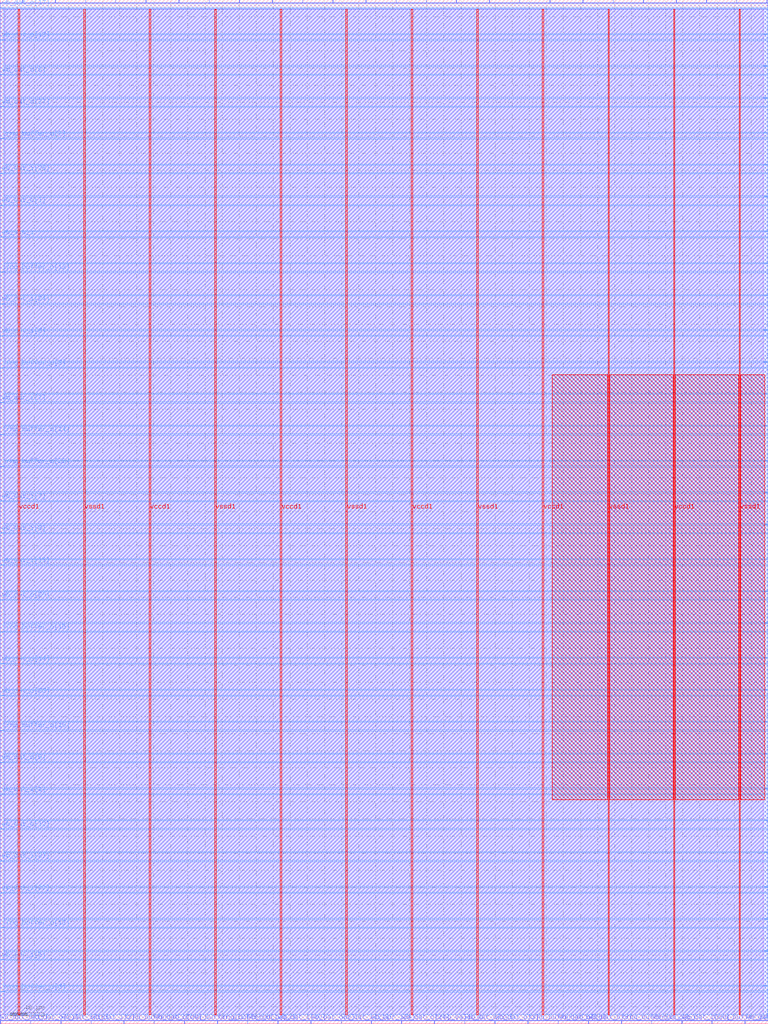
<source format=lef>
VERSION 5.7 ;
  NOWIREEXTENSIONATPIN ON ;
  DIVIDERCHAR "/" ;
  BUSBITCHARS "[]" ;
MACRO trng_wb_wrapper
  CLASS BLOCK ;
  FOREIGN trng_wb_wrapper ;
  ORIGIN 0.000 0.000 ;
  SIZE 900.000 BY 1200.000 ;
  PIN rst_i
    DIRECTION INPUT ;
    USE SIGNAL ;
    PORT
      LAYER met3 ;
        RECT 896.000 544.040 900.000 544.640 ;
    END
  END rst_i
  PIN trng_buffer_o[0]
    DIRECTION OUTPUT TRISTATE ;
    USE SIGNAL ;
    PORT
      LAYER met2 ;
        RECT 244.810 1196.000 245.090 1200.000 ;
    END
  END trng_buffer_o[0]
  PIN trng_buffer_o[10]
    DIRECTION OUTPUT TRISTATE ;
    USE SIGNAL ;
    PORT
      LAYER met3 ;
        RECT 0.000 343.440 4.000 344.040 ;
    END
  END trng_buffer_o[10]
  PIN trng_buffer_o[11]
    DIRECTION OUTPUT TRISTATE ;
    USE SIGNAL ;
    PORT
      LAYER met2 ;
        RECT 499.190 1196.000 499.470 1200.000 ;
    END
  END trng_buffer_o[11]
  PIN trng_buffer_o[12]
    DIRECTION OUTPUT TRISTATE ;
    USE SIGNAL ;
    PORT
      LAYER met3 ;
        RECT 0.000 880.640 4.000 881.240 ;
    END
  END trng_buffer_o[12]
  PIN trng_buffer_o[13]
    DIRECTION OUTPUT TRISTATE ;
    USE SIGNAL ;
    PORT
      LAYER met3 ;
        RECT 0.000 112.240 4.000 112.840 ;
    END
  END trng_buffer_o[13]
  PIN trng_buffer_o[14]
    DIRECTION OUTPUT TRISTATE ;
    USE SIGNAL ;
    PORT
      LAYER met3 ;
        RECT 0.000 690.240 4.000 690.840 ;
    END
  END trng_buffer_o[14]
  PIN trng_buffer_o[15]
    DIRECTION OUTPUT TRISTATE ;
    USE SIGNAL ;
    PORT
      LAYER met3 ;
        RECT 0.000 459.040 4.000 459.640 ;
    END
  END trng_buffer_o[15]
  PIN trng_buffer_o[16]
    DIRECTION OUTPUT TRISTATE ;
    USE SIGNAL ;
    PORT
      LAYER met2 ;
        RECT 209.390 1196.000 209.670 1200.000 ;
    END
  END trng_buffer_o[16]
  PIN trng_buffer_o[17]
    DIRECTION OUTPUT TRISTATE ;
    USE SIGNAL ;
    PORT
      LAYER met2 ;
        RECT 254.470 0.000 254.750 4.000 ;
    END
  END trng_buffer_o[17]
  PIN trng_buffer_o[18]
    DIRECTION OUTPUT TRISTATE ;
    USE SIGNAL ;
    PORT
      LAYER met2 ;
        RECT 618.330 0.000 618.610 4.000 ;
    END
  END trng_buffer_o[18]
  PIN trng_buffer_o[19]
    DIRECTION OUTPUT TRISTATE ;
    USE SIGNAL ;
    PORT
      LAYER met2 ;
        RECT 792.210 1196.000 792.490 1200.000 ;
    END
  END trng_buffer_o[19]
  PIN trng_buffer_o[1]
    DIRECTION OUTPUT TRISTATE ;
    USE SIGNAL ;
    PORT
      LAYER met3 ;
        RECT 896.000 85.040 900.000 85.640 ;
    END
  END trng_buffer_o[1]
  PIN trng_buffer_o[20]
    DIRECTION OUTPUT TRISTATE ;
    USE SIGNAL ;
    PORT
      LAYER met3 ;
        RECT 896.000 1084.640 900.000 1085.240 ;
    END
  END trng_buffer_o[20]
  PIN trng_buffer_o[21]
    DIRECTION OUTPUT TRISTATE ;
    USE SIGNAL ;
    PORT
      LAYER met2 ;
        RECT 727.810 0.000 728.090 4.000 ;
    END
  END trng_buffer_o[21]
  PIN trng_buffer_o[22]
    DIRECTION OUTPUT TRISTATE ;
    USE SIGNAL ;
    PORT
      LAYER met3 ;
        RECT 896.000 200.640 900.000 201.240 ;
    END
  END trng_buffer_o[22]
  PIN trng_buffer_o[23]
    DIRECTION OUTPUT TRISTATE ;
    USE SIGNAL ;
    PORT
      LAYER met3 ;
        RECT 896.000 1006.440 900.000 1007.040 ;
    END
  END trng_buffer_o[23]
  PIN trng_buffer_o[24]
    DIRECTION OUTPUT TRISTATE ;
    USE SIGNAL ;
    PORT
      LAYER met2 ;
        RECT 389.710 1196.000 389.990 1200.000 ;
    END
  END trng_buffer_o[24]
  PIN trng_buffer_o[25]
    DIRECTION OUTPUT TRISTATE ;
    USE SIGNAL ;
    PORT
      LAYER met2 ;
        RECT 25.850 1196.000 26.130 1200.000 ;
    END
  END trng_buffer_o[25]
  PIN trng_buffer_o[26]
    DIRECTION OUTPUT TRISTATE ;
    USE SIGNAL ;
    PORT
      LAYER met3 ;
        RECT 896.000 1122.040 900.000 1122.640 ;
    END
  END trng_buffer_o[26]
  PIN trng_buffer_o[27]
    DIRECTION OUTPUT TRISTATE ;
    USE SIGNAL ;
    PORT
      LAYER met2 ;
        RECT 135.330 1196.000 135.610 1200.000 ;
    END
  END trng_buffer_o[27]
  PIN trng_buffer_o[28]
    DIRECTION OUTPUT TRISTATE ;
    USE SIGNAL ;
    PORT
      LAYER met3 ;
        RECT 0.000 652.840 4.000 653.440 ;
    END
  END trng_buffer_o[28]
  PIN trng_buffer_o[29]
    DIRECTION OUTPUT TRISTATE ;
    USE SIGNAL ;
    PORT
      LAYER met3 ;
        RECT 896.000 44.240 900.000 44.840 ;
    END
  END trng_buffer_o[29]
  PIN trng_buffer_o[2]
    DIRECTION OUTPUT TRISTATE ;
    USE SIGNAL ;
    PORT
      LAYER met2 ;
        RECT 215.830 0.000 216.110 4.000 ;
    END
  END trng_buffer_o[2]
  PIN trng_buffer_o[30]
    DIRECTION OUTPUT TRISTATE ;
    USE SIGNAL ;
    PORT
      LAYER met2 ;
        RECT 428.350 1196.000 428.630 1200.000 ;
    END
  END trng_buffer_o[30]
  PIN trng_buffer_o[31]
    DIRECTION OUTPUT TRISTATE ;
    USE SIGNAL ;
    PORT
      LAYER met2 ;
        RECT 834.070 0.000 834.350 4.000 ;
    END
  END trng_buffer_o[31]
  PIN trng_buffer_o[3]
    DIRECTION OUTPUT TRISTATE ;
    USE SIGNAL ;
    PORT
      LAYER met2 ;
        RECT 144.990 0.000 145.270 4.000 ;
    END
  END trng_buffer_o[3]
  PIN trng_buffer_o[4]
    DIRECTION OUTPUT TRISTATE ;
    USE SIGNAL ;
    PORT
      LAYER met2 ;
        RECT 318.870 1196.000 319.150 1200.000 ;
    END
  END trng_buffer_o[4]
  PIN trng_buffer_o[5]
    DIRECTION OUTPUT TRISTATE ;
    USE SIGNAL ;
    PORT
      LAYER met3 ;
        RECT 896.000 391.040 900.000 391.640 ;
    END
  END trng_buffer_o[5]
  PIN trng_buffer_o[6]
    DIRECTION OUTPUT TRISTATE ;
    USE SIGNAL ;
    PORT
      LAYER met3 ;
        RECT 0.000 37.440 4.000 38.040 ;
    END
  END trng_buffer_o[6]
  PIN trng_buffer_o[7]
    DIRECTION OUTPUT TRISTATE ;
    USE SIGNAL ;
    PORT
      LAYER met3 ;
        RECT 0.000 1037.040 4.000 1037.640 ;
    END
  END trng_buffer_o[7]
  PIN trng_buffer_o[8]
    DIRECTION OUTPUT TRISTATE ;
    USE SIGNAL ;
    PORT
      LAYER met3 ;
        RECT 0.000 768.440 4.000 769.040 ;
    END
  END trng_buffer_o[8]
  PIN trng_buffer_o[9]
    DIRECTION OUTPUT TRISTATE ;
    USE SIGNAL ;
    PORT
      LAYER met2 ;
        RECT 718.150 1196.000 718.430 1200.000 ;
    END
  END trng_buffer_o[9]
  PIN trng_valid_o
    DIRECTION OUTPUT TRISTATE ;
    USE SIGNAL ;
    PORT
      LAYER met2 ;
        RECT 508.850 0.000 509.130 4.000 ;
    END
  END trng_valid_o
  PIN vccd1
    DIRECTION INPUT ;
    USE POWER ;
    PORT
      LAYER met4 ;
        RECT 21.040 10.640 22.640 1188.880 ;
    END
    PORT
      LAYER met4 ;
        RECT 174.640 10.640 176.240 1188.880 ;
    END
    PORT
      LAYER met4 ;
        RECT 328.240 10.640 329.840 1188.880 ;
    END
    PORT
      LAYER met4 ;
        RECT 481.840 10.640 483.440 1188.880 ;
    END
    PORT
      LAYER met4 ;
        RECT 635.440 10.640 637.040 1188.880 ;
    END
    PORT
      LAYER met4 ;
        RECT 789.040 10.640 790.640 1188.880 ;
    END
  END vccd1
  PIN vssd1
    DIRECTION INPUT ;
    USE GROUND ;
    PORT
      LAYER met4 ;
        RECT 97.840 10.640 99.440 1188.880 ;
    END
    PORT
      LAYER met4 ;
        RECT 251.440 10.640 253.040 1188.880 ;
    END
    PORT
      LAYER met4 ;
        RECT 405.040 10.640 406.640 1188.880 ;
    END
    PORT
      LAYER met4 ;
        RECT 558.640 10.640 560.240 1188.880 ;
    END
    PORT
      LAYER met4 ;
        RECT 712.240 10.640 713.840 1188.880 ;
    END
    PORT
      LAYER met4 ;
        RECT 865.840 10.640 867.440 1188.880 ;
    END
  END vssd1
  PIN wb_ack_o
    DIRECTION OUTPUT TRISTATE ;
    USE SIGNAL ;
    PORT
      LAYER met3 ;
        RECT 896.000 428.440 900.000 429.040 ;
    END
  END wb_ack_o
  PIN wb_adr_i[0]
    DIRECTION INPUT ;
    USE SIGNAL ;
    PORT
      LAYER met3 ;
        RECT 896.000 1043.840 900.000 1044.440 ;
    END
  END wb_adr_i[0]
  PIN wb_adr_i[1]
    DIRECTION INPUT ;
    USE SIGNAL ;
    PORT
      LAYER met3 ;
        RECT 896.000 928.240 900.000 928.840 ;
    END
  END wb_adr_i[1]
  PIN wb_adr_i[2]
    DIRECTION INPUT ;
    USE SIGNAL ;
    PORT
      LAYER met3 ;
        RECT 896.000 853.440 900.000 854.040 ;
    END
  END wb_adr_i[2]
  PIN wb_adr_i[3]
    DIRECTION INPUT ;
    USE SIGNAL ;
    PORT
      LAYER met3 ;
        RECT 896.000 812.640 900.000 813.240 ;
    END
  END wb_adr_i[3]
  PIN wb_adr_i[4]
    DIRECTION INPUT ;
    USE SIGNAL ;
    PORT
      LAYER met2 ;
        RECT 434.790 0.000 435.070 4.000 ;
    END
  END wb_adr_i[4]
  PIN wb_adr_i[5]
    DIRECTION INPUT ;
    USE SIGNAL ;
    PORT
      LAYER met3 ;
        RECT 0.000 74.840 4.000 75.440 ;
    END
  END wb_adr_i[5]
  PIN wb_adr_i[6]
    DIRECTION INPUT ;
    USE SIGNAL ;
    PORT
      LAYER met3 ;
        RECT 896.000 1159.440 900.000 1160.040 ;
    END
  END wb_adr_i[6]
  PIN wb_adr_i[7]
    DIRECTION INPUT ;
    USE SIGNAL ;
    PORT
      LAYER met3 ;
        RECT 0.000 727.640 4.000 728.240 ;
    END
  END wb_adr_i[7]
  PIN wb_adr_i[8]
    DIRECTION INPUT ;
    USE SIGNAL ;
    PORT
      LAYER met2 ;
        RECT 354.290 1196.000 354.570 1200.000 ;
    END
  END wb_adr_i[8]
  PIN wb_clk_i
    DIRECTION INPUT ;
    USE SIGNAL ;
    PORT
      LAYER met3 ;
        RECT 896.000 659.640 900.000 660.240 ;
    END
  END wb_clk_i
  PIN wb_cyc_i
    DIRECTION INPUT ;
    USE SIGNAL ;
    PORT
      LAYER met3 ;
        RECT 896.000 700.440 900.000 701.040 ;
    END
  END wb_cyc_i
  PIN wb_dat_i[0]
    DIRECTION INPUT ;
    USE SIGNAL ;
    PORT
      LAYER met2 ;
        RECT 170.750 1196.000 171.030 1200.000 ;
    END
  END wb_dat_i[0]
  PIN wb_dat_i[10]
    DIRECTION INPUT ;
    USE SIGNAL ;
    PORT
      LAYER met2 ;
        RECT 463.770 1196.000 464.050 1200.000 ;
    END
  END wb_dat_i[10]
  PIN wb_dat_i[11]
    DIRECTION INPUT ;
    USE SIGNAL ;
    PORT
      LAYER met2 ;
        RECT 827.630 1196.000 827.910 1200.000 ;
    END
  END wb_dat_i[11]
  PIN wb_dat_i[12]
    DIRECTION INPUT ;
    USE SIGNAL ;
    PORT
      LAYER met2 ;
        RECT 289.890 0.000 290.170 4.000 ;
    END
  END wb_dat_i[12]
  PIN wb_dat_i[13]
    DIRECTION INPUT ;
    USE SIGNAL ;
    PORT
      LAYER met3 ;
        RECT 896.000 353.640 900.000 354.240 ;
    END
  END wb_dat_i[13]
  PIN wb_dat_i[14]
    DIRECTION INPUT ;
    USE SIGNAL ;
    PORT
      LAYER met3 ;
        RECT 896.000 238.040 900.000 238.640 ;
    END
  END wb_dat_i[14]
  PIN wb_dat_i[15]
    DIRECTION INPUT ;
    USE SIGNAL ;
    PORT
      LAYER met3 ;
        RECT 0.000 537.240 4.000 537.840 ;
    END
  END wb_dat_i[15]
  PIN wb_dat_i[16]
    DIRECTION INPUT ;
    USE SIGNAL ;
    PORT
      LAYER met2 ;
        RECT 70.930 0.000 71.210 4.000 ;
    END
  END wb_dat_i[16]
  PIN wb_dat_i[17]
    DIRECTION INPUT ;
    USE SIGNAL ;
    PORT
      LAYER met3 ;
        RECT 896.000 6.840 900.000 7.440 ;
    END
  END wb_dat_i[17]
  PIN wb_dat_i[18]
    DIRECTION INPUT ;
    USE SIGNAL ;
    PORT
      LAYER met3 ;
        RECT 896.000 316.240 900.000 316.840 ;
    END
  END wb_dat_i[18]
  PIN wb_dat_i[19]
    DIRECTION INPUT ;
    USE SIGNAL ;
    PORT
      LAYER met2 ;
        RECT 898.470 1196.000 898.750 1200.000 ;
    END
  END wb_dat_i[19]
  PIN wb_dat_i[1]
    DIRECTION INPUT ;
    USE SIGNAL ;
    PORT
      LAYER met3 ;
        RECT 0.000 268.640 4.000 269.240 ;
    END
  END wb_dat_i[1]
  PIN wb_dat_i[20]
    DIRECTION INPUT ;
    USE SIGNAL ;
    PORT
      LAYER met2 ;
        RECT 798.650 0.000 798.930 4.000 ;
    END
  END wb_dat_i[20]
  PIN wb_dat_i[21]
    DIRECTION INPUT ;
    USE SIGNAL ;
    PORT
      LAYER met2 ;
        RECT 399.370 0.000 399.650 4.000 ;
    END
  END wb_dat_i[21]
  PIN wb_dat_i[22]
    DIRECTION INPUT ;
    USE SIGNAL ;
    PORT
      LAYER met3 ;
        RECT 896.000 469.240 900.000 469.840 ;
    END
  END wb_dat_i[22]
  PIN wb_dat_i[23]
    DIRECTION INPUT ;
    USE SIGNAL ;
    PORT
      LAYER met2 ;
        RECT 99.910 1196.000 100.190 1200.000 ;
    END
  END wb_dat_i[23]
  PIN wb_dat_i[24]
    DIRECTION INPUT ;
    USE SIGNAL ;
    PORT
      LAYER met3 ;
        RECT 0.000 843.240 4.000 843.840 ;
    END
  END wb_dat_i[24]
  PIN wb_dat_i[25]
    DIRECTION INPUT ;
    USE SIGNAL ;
    PORT
      LAYER met3 ;
        RECT 896.000 159.840 900.000 160.440 ;
    END
  END wb_dat_i[25]
  PIN wb_dat_i[26]
    DIRECTION INPUT ;
    USE SIGNAL ;
    PORT
      LAYER met3 ;
        RECT 0.000 996.240 4.000 996.840 ;
    END
  END wb_dat_i[26]
  PIN wb_dat_i[27]
    DIRECTION INPUT ;
    USE SIGNAL ;
    PORT
      LAYER met3 ;
        RECT 0.000 190.440 4.000 191.040 ;
    END
  END wb_dat_i[27]
  PIN wb_dat_i[28]
    DIRECTION INPUT ;
    USE SIGNAL ;
    PORT
      LAYER met2 ;
        RECT 573.250 1196.000 573.530 1200.000 ;
    END
  END wb_dat_i[28]
  PIN wb_dat_i[29]
    DIRECTION INPUT ;
    USE SIGNAL ;
    PORT
      LAYER met3 ;
        RECT 0.000 153.040 4.000 153.640 ;
    END
  END wb_dat_i[29]
  PIN wb_dat_i[2]
    DIRECTION INPUT ;
    USE SIGNAL ;
    PORT
      LAYER met2 ;
        RECT 106.350 0.000 106.630 4.000 ;
    END
  END wb_dat_i[2]
  PIN wb_dat_i[30]
    DIRECTION INPUT ;
    USE SIGNAL ;
    PORT
      LAYER met2 ;
        RECT 325.310 0.000 325.590 4.000 ;
    END
  END wb_dat_i[30]
  PIN wb_dat_i[31]
    DIRECTION INPUT ;
    USE SIGNAL ;
    PORT
      LAYER met3 ;
        RECT 896.000 122.440 900.000 123.040 ;
    END
  END wb_dat_i[31]
  PIN wb_dat_i[3]
    DIRECTION INPUT ;
    USE SIGNAL ;
    PORT
      LAYER met3 ;
        RECT 896.000 737.840 900.000 738.440 ;
    END
  END wb_dat_i[3]
  PIN wb_dat_i[4]
    DIRECTION INPUT ;
    USE SIGNAL ;
    PORT
      LAYER met3 ;
        RECT 896.000 506.640 900.000 507.240 ;
    END
  END wb_dat_i[4]
  PIN wb_dat_i[5]
    DIRECTION INPUT ;
    USE SIGNAL ;
    PORT
      LAYER met2 ;
        RECT 763.230 0.000 763.510 4.000 ;
    END
  END wb_dat_i[5]
  PIN wb_dat_i[6]
    DIRECTION INPUT ;
    USE SIGNAL ;
    PORT
      LAYER met3 ;
        RECT 0.000 805.840 4.000 806.440 ;
    END
  END wb_dat_i[6]
  PIN wb_dat_i[7]
    DIRECTION INPUT ;
    USE SIGNAL ;
    PORT
      LAYER met3 ;
        RECT 0.000 612.040 4.000 612.640 ;
    END
  END wb_dat_i[7]
  PIN wb_dat_i[8]
    DIRECTION INPUT ;
    USE SIGNAL ;
    PORT
      LAYER met3 ;
        RECT 0.000 574.640 4.000 575.240 ;
    END
  END wb_dat_i[8]
  PIN wb_dat_i[9]
    DIRECTION INPUT ;
    USE SIGNAL ;
    PORT
      LAYER met3 ;
        RECT 896.000 584.840 900.000 585.440 ;
    END
  END wb_dat_i[9]
  PIN wb_dat_o[0]
    DIRECTION OUTPUT TRISTATE ;
    USE SIGNAL ;
    PORT
      LAYER met3 ;
        RECT 896.000 890.840 900.000 891.440 ;
    END
  END wb_dat_o[0]
  PIN wb_dat_o[10]
    DIRECTION OUTPUT TRISTATE ;
    USE SIGNAL ;
    PORT
      LAYER met2 ;
        RECT 872.710 0.000 872.990 4.000 ;
    END
  END wb_dat_o[10]
  PIN wb_dat_o[11]
    DIRECTION OUTPUT TRISTATE ;
    USE SIGNAL ;
    PORT
      LAYER met3 ;
        RECT 896.000 969.040 900.000 969.640 ;
    END
  END wb_dat_o[11]
  PIN wb_dat_o[12]
    DIRECTION OUTPUT TRISTATE ;
    USE SIGNAL ;
    PORT
      LAYER met3 ;
        RECT 0.000 227.840 4.000 228.440 ;
    END
  END wb_dat_o[12]
  PIN wb_dat_o[13]
    DIRECTION OUTPUT TRISTATE ;
    USE SIGNAL ;
    PORT
      LAYER met3 ;
        RECT 0.000 1152.640 4.000 1153.240 ;
    END
  END wb_dat_o[13]
  PIN wb_dat_o[14]
    DIRECTION OUTPUT TRISTATE ;
    USE SIGNAL ;
    PORT
      LAYER met3 ;
        RECT 0.000 421.640 4.000 422.240 ;
    END
  END wb_dat_o[14]
  PIN wb_dat_o[15]
    DIRECTION OUTPUT TRISTATE ;
    USE SIGNAL ;
    PORT
      LAYER met2 ;
        RECT 0.090 0.000 0.370 4.000 ;
    END
  END wb_dat_o[15]
  PIN wb_dat_o[16]
    DIRECTION OUTPUT TRISTATE ;
    USE SIGNAL ;
    PORT
      LAYER met2 ;
        RECT 653.750 0.000 654.030 4.000 ;
    END
  END wb_dat_o[16]
  PIN wb_dat_o[17]
    DIRECTION OUTPUT TRISTATE ;
    USE SIGNAL ;
    PORT
      LAYER met3 ;
        RECT 0.000 1190.040 4.000 1190.640 ;
    END
  END wb_dat_o[17]
  PIN wb_dat_o[18]
    DIRECTION OUTPUT TRISTATE ;
    USE SIGNAL ;
    PORT
      LAYER met2 ;
        RECT 280.230 1196.000 280.510 1200.000 ;
    END
  END wb_dat_o[18]
  PIN wb_dat_o[19]
    DIRECTION OUTPUT TRISTATE ;
    USE SIGNAL ;
    PORT
      LAYER met2 ;
        RECT 608.670 1196.000 608.950 1200.000 ;
    END
  END wb_dat_o[19]
  PIN wb_dat_o[1]
    DIRECTION OUTPUT TRISTATE ;
    USE SIGNAL ;
    PORT
      LAYER met3 ;
        RECT 0.000 958.840 4.000 959.440 ;
    END
  END wb_dat_o[1]
  PIN wb_dat_o[20]
    DIRECTION OUTPUT TRISTATE ;
    USE SIGNAL ;
    PORT
      LAYER met3 ;
        RECT 0.000 496.440 4.000 497.040 ;
    END
  END wb_dat_o[20]
  PIN wb_dat_o[21]
    DIRECTION OUTPUT TRISTATE ;
    USE SIGNAL ;
    PORT
      LAYER met2 ;
        RECT 35.510 0.000 35.790 4.000 ;
    END
  END wb_dat_o[21]
  PIN wb_dat_o[22]
    DIRECTION OUTPUT TRISTATE ;
    USE SIGNAL ;
    PORT
      LAYER met2 ;
        RECT 753.570 1196.000 753.850 1200.000 ;
    END
  END wb_dat_o[22]
  PIN wb_dat_o[23]
    DIRECTION OUTPUT TRISTATE ;
    USE SIGNAL ;
    PORT
      LAYER met2 ;
        RECT 534.610 1196.000 534.890 1200.000 ;
    END
  END wb_dat_o[23]
  PIN wb_dat_o[24]
    DIRECTION OUTPUT TRISTATE ;
    USE SIGNAL ;
    PORT
      LAYER met2 ;
        RECT 470.210 0.000 470.490 4.000 ;
    END
  END wb_dat_o[24]
  PIN wb_dat_o[25]
    DIRECTION OUTPUT TRISTATE ;
    USE SIGNAL ;
    PORT
      LAYER met2 ;
        RECT 863.050 1196.000 863.330 1200.000 ;
    END
  END wb_dat_o[25]
  PIN wb_dat_o[26]
    DIRECTION OUTPUT TRISTATE ;
    USE SIGNAL ;
    PORT
      LAYER met3 ;
        RECT 896.000 275.440 900.000 276.040 ;
    END
  END wb_dat_o[26]
  PIN wb_dat_o[27]
    DIRECTION OUTPUT TRISTATE ;
    USE SIGNAL ;
    PORT
      LAYER met3 ;
        RECT 0.000 1074.440 4.000 1075.040 ;
    END
  END wb_dat_o[27]
  PIN wb_dat_o[28]
    DIRECTION OUTPUT TRISTATE ;
    USE SIGNAL ;
    PORT
      LAYER met3 ;
        RECT 0.000 384.240 4.000 384.840 ;
    END
  END wb_dat_o[28]
  PIN wb_dat_o[29]
    DIRECTION OUTPUT TRISTATE ;
    USE SIGNAL ;
    PORT
      LAYER met2 ;
        RECT 180.410 0.000 180.690 4.000 ;
    END
  END wb_dat_o[29]
  PIN wb_dat_o[2]
    DIRECTION OUTPUT TRISTATE ;
    USE SIGNAL ;
    PORT
      LAYER met2 ;
        RECT 363.950 0.000 364.230 4.000 ;
    END
  END wb_dat_o[2]
  PIN wb_dat_o[30]
    DIRECTION OUTPUT TRISTATE ;
    USE SIGNAL ;
    PORT
      LAYER met2 ;
        RECT 544.270 0.000 544.550 4.000 ;
    END
  END wb_dat_o[30]
  PIN wb_dat_o[31]
    DIRECTION OUTPUT TRISTATE ;
    USE SIGNAL ;
    PORT
      LAYER met3 ;
        RECT 896.000 775.240 900.000 775.840 ;
    END
  END wb_dat_o[31]
  PIN wb_dat_o[3]
    DIRECTION OUTPUT TRISTATE ;
    USE SIGNAL ;
    PORT
      LAYER met2 ;
        RECT 579.690 0.000 579.970 4.000 ;
    END
  END wb_dat_o[3]
  PIN wb_dat_o[4]
    DIRECTION OUTPUT TRISTATE ;
    USE SIGNAL ;
    PORT
      LAYER met2 ;
        RECT 682.730 1196.000 683.010 1200.000 ;
    END
  END wb_dat_o[4]
  PIN wb_dat_o[5]
    DIRECTION OUTPUT TRISTATE ;
    USE SIGNAL ;
    PORT
      LAYER met2 ;
        RECT 644.090 1196.000 644.370 1200.000 ;
    END
  END wb_dat_o[5]
  PIN wb_dat_o[6]
    DIRECTION OUTPUT TRISTATE ;
    USE SIGNAL ;
    PORT
      LAYER met3 ;
        RECT 0.000 1111.840 4.000 1112.440 ;
    END
  END wb_dat_o[6]
  PIN wb_dat_o[7]
    DIRECTION OUTPUT TRISTATE ;
    USE SIGNAL ;
    PORT
      LAYER met2 ;
        RECT 64.490 1196.000 64.770 1200.000 ;
    END
  END wb_dat_o[7]
  PIN wb_dat_o[8]
    DIRECTION OUTPUT TRISTATE ;
    USE SIGNAL ;
    PORT
      LAYER met2 ;
        RECT 689.170 0.000 689.450 4.000 ;
    END
  END wb_dat_o[8]
  PIN wb_dat_o[9]
    DIRECTION OUTPUT TRISTATE ;
    USE SIGNAL ;
    PORT
      LAYER met3 ;
        RECT 0.000 306.040 4.000 306.640 ;
    END
  END wb_dat_o[9]
  PIN wb_stb_i
    DIRECTION INPUT ;
    USE SIGNAL ;
    PORT
      LAYER met3 ;
        RECT 0.000 921.440 4.000 922.040 ;
    END
  END wb_stb_i
  PIN wb_we_i
    DIRECTION INPUT ;
    USE SIGNAL ;
    PORT
      LAYER met3 ;
        RECT 896.000 622.240 900.000 622.840 ;
    END
  END wb_we_i
  OBS
      LAYER li1 ;
        RECT 5.520 10.795 894.240 1188.725 ;
      LAYER met1 ;
        RECT 0.070 10.640 899.690 1188.880 ;
      LAYER met2 ;
        RECT 0.100 1195.720 25.570 1196.530 ;
        RECT 26.410 1195.720 64.210 1196.530 ;
        RECT 65.050 1195.720 99.630 1196.530 ;
        RECT 100.470 1195.720 135.050 1196.530 ;
        RECT 135.890 1195.720 170.470 1196.530 ;
        RECT 171.310 1195.720 209.110 1196.530 ;
        RECT 209.950 1195.720 244.530 1196.530 ;
        RECT 245.370 1195.720 279.950 1196.530 ;
        RECT 280.790 1195.720 318.590 1196.530 ;
        RECT 319.430 1195.720 354.010 1196.530 ;
        RECT 354.850 1195.720 389.430 1196.530 ;
        RECT 390.270 1195.720 428.070 1196.530 ;
        RECT 428.910 1195.720 463.490 1196.530 ;
        RECT 464.330 1195.720 498.910 1196.530 ;
        RECT 499.750 1195.720 534.330 1196.530 ;
        RECT 535.170 1195.720 572.970 1196.530 ;
        RECT 573.810 1195.720 608.390 1196.530 ;
        RECT 609.230 1195.720 643.810 1196.530 ;
        RECT 644.650 1195.720 682.450 1196.530 ;
        RECT 683.290 1195.720 717.870 1196.530 ;
        RECT 718.710 1195.720 753.290 1196.530 ;
        RECT 754.130 1195.720 791.930 1196.530 ;
        RECT 792.770 1195.720 827.350 1196.530 ;
        RECT 828.190 1195.720 862.770 1196.530 ;
        RECT 863.610 1195.720 898.190 1196.530 ;
        RECT 899.030 1195.720 899.670 1196.530 ;
        RECT 0.100 4.280 899.670 1195.720 ;
        RECT 0.650 3.670 35.230 4.280 ;
        RECT 36.070 3.670 70.650 4.280 ;
        RECT 71.490 3.670 106.070 4.280 ;
        RECT 106.910 3.670 144.710 4.280 ;
        RECT 145.550 3.670 180.130 4.280 ;
        RECT 180.970 3.670 215.550 4.280 ;
        RECT 216.390 3.670 254.190 4.280 ;
        RECT 255.030 3.670 289.610 4.280 ;
        RECT 290.450 3.670 325.030 4.280 ;
        RECT 325.870 3.670 363.670 4.280 ;
        RECT 364.510 3.670 399.090 4.280 ;
        RECT 399.930 3.670 434.510 4.280 ;
        RECT 435.350 3.670 469.930 4.280 ;
        RECT 470.770 3.670 508.570 4.280 ;
        RECT 509.410 3.670 543.990 4.280 ;
        RECT 544.830 3.670 579.410 4.280 ;
        RECT 580.250 3.670 618.050 4.280 ;
        RECT 618.890 3.670 653.470 4.280 ;
        RECT 654.310 3.670 688.890 4.280 ;
        RECT 689.730 3.670 727.530 4.280 ;
        RECT 728.370 3.670 762.950 4.280 ;
        RECT 763.790 3.670 798.370 4.280 ;
        RECT 799.210 3.670 833.790 4.280 ;
        RECT 834.630 3.670 872.430 4.280 ;
        RECT 873.270 3.670 899.670 4.280 ;
      LAYER met3 ;
        RECT 4.400 1189.640 899.695 1190.505 ;
        RECT 4.000 1160.440 899.695 1189.640 ;
        RECT 4.000 1159.040 895.600 1160.440 ;
        RECT 4.000 1153.640 899.695 1159.040 ;
        RECT 4.400 1152.240 899.695 1153.640 ;
        RECT 4.000 1123.040 899.695 1152.240 ;
        RECT 4.000 1121.640 895.600 1123.040 ;
        RECT 4.000 1112.840 899.695 1121.640 ;
        RECT 4.400 1111.440 899.695 1112.840 ;
        RECT 4.000 1085.640 899.695 1111.440 ;
        RECT 4.000 1084.240 895.600 1085.640 ;
        RECT 4.000 1075.440 899.695 1084.240 ;
        RECT 4.400 1074.040 899.695 1075.440 ;
        RECT 4.000 1044.840 899.695 1074.040 ;
        RECT 4.000 1043.440 895.600 1044.840 ;
        RECT 4.000 1038.040 899.695 1043.440 ;
        RECT 4.400 1036.640 899.695 1038.040 ;
        RECT 4.000 1007.440 899.695 1036.640 ;
        RECT 4.000 1006.040 895.600 1007.440 ;
        RECT 4.000 997.240 899.695 1006.040 ;
        RECT 4.400 995.840 899.695 997.240 ;
        RECT 4.000 970.040 899.695 995.840 ;
        RECT 4.000 968.640 895.600 970.040 ;
        RECT 4.000 959.840 899.695 968.640 ;
        RECT 4.400 958.440 899.695 959.840 ;
        RECT 4.000 929.240 899.695 958.440 ;
        RECT 4.000 927.840 895.600 929.240 ;
        RECT 4.000 922.440 899.695 927.840 ;
        RECT 4.400 921.040 899.695 922.440 ;
        RECT 4.000 891.840 899.695 921.040 ;
        RECT 4.000 890.440 895.600 891.840 ;
        RECT 4.000 881.640 899.695 890.440 ;
        RECT 4.400 880.240 899.695 881.640 ;
        RECT 4.000 854.440 899.695 880.240 ;
        RECT 4.000 853.040 895.600 854.440 ;
        RECT 4.000 844.240 899.695 853.040 ;
        RECT 4.400 842.840 899.695 844.240 ;
        RECT 4.000 813.640 899.695 842.840 ;
        RECT 4.000 812.240 895.600 813.640 ;
        RECT 4.000 806.840 899.695 812.240 ;
        RECT 4.400 805.440 899.695 806.840 ;
        RECT 4.000 776.240 899.695 805.440 ;
        RECT 4.000 774.840 895.600 776.240 ;
        RECT 4.000 769.440 899.695 774.840 ;
        RECT 4.400 768.040 899.695 769.440 ;
        RECT 4.000 738.840 899.695 768.040 ;
        RECT 4.000 737.440 895.600 738.840 ;
        RECT 4.000 728.640 899.695 737.440 ;
        RECT 4.400 727.240 899.695 728.640 ;
        RECT 4.000 701.440 899.695 727.240 ;
        RECT 4.000 700.040 895.600 701.440 ;
        RECT 4.000 691.240 899.695 700.040 ;
        RECT 4.400 689.840 899.695 691.240 ;
        RECT 4.000 660.640 899.695 689.840 ;
        RECT 4.000 659.240 895.600 660.640 ;
        RECT 4.000 653.840 899.695 659.240 ;
        RECT 4.400 652.440 899.695 653.840 ;
        RECT 4.000 623.240 899.695 652.440 ;
        RECT 4.000 621.840 895.600 623.240 ;
        RECT 4.000 613.040 899.695 621.840 ;
        RECT 4.400 611.640 899.695 613.040 ;
        RECT 4.000 585.840 899.695 611.640 ;
        RECT 4.000 584.440 895.600 585.840 ;
        RECT 4.000 575.640 899.695 584.440 ;
        RECT 4.400 574.240 899.695 575.640 ;
        RECT 4.000 545.040 899.695 574.240 ;
        RECT 4.000 543.640 895.600 545.040 ;
        RECT 4.000 538.240 899.695 543.640 ;
        RECT 4.400 536.840 899.695 538.240 ;
        RECT 4.000 507.640 899.695 536.840 ;
        RECT 4.000 506.240 895.600 507.640 ;
        RECT 4.000 497.440 899.695 506.240 ;
        RECT 4.400 496.040 899.695 497.440 ;
        RECT 4.000 470.240 899.695 496.040 ;
        RECT 4.000 468.840 895.600 470.240 ;
        RECT 4.000 460.040 899.695 468.840 ;
        RECT 4.400 458.640 899.695 460.040 ;
        RECT 4.000 429.440 899.695 458.640 ;
        RECT 4.000 428.040 895.600 429.440 ;
        RECT 4.000 422.640 899.695 428.040 ;
        RECT 4.400 421.240 899.695 422.640 ;
        RECT 4.000 392.040 899.695 421.240 ;
        RECT 4.000 390.640 895.600 392.040 ;
        RECT 4.000 385.240 899.695 390.640 ;
        RECT 4.400 383.840 899.695 385.240 ;
        RECT 4.000 354.640 899.695 383.840 ;
        RECT 4.000 353.240 895.600 354.640 ;
        RECT 4.000 344.440 899.695 353.240 ;
        RECT 4.400 343.040 899.695 344.440 ;
        RECT 4.000 317.240 899.695 343.040 ;
        RECT 4.000 315.840 895.600 317.240 ;
        RECT 4.000 307.040 899.695 315.840 ;
        RECT 4.400 305.640 899.695 307.040 ;
        RECT 4.000 276.440 899.695 305.640 ;
        RECT 4.000 275.040 895.600 276.440 ;
        RECT 4.000 269.640 899.695 275.040 ;
        RECT 4.400 268.240 899.695 269.640 ;
        RECT 4.000 239.040 899.695 268.240 ;
        RECT 4.000 237.640 895.600 239.040 ;
        RECT 4.000 228.840 899.695 237.640 ;
        RECT 4.400 227.440 899.695 228.840 ;
        RECT 4.000 201.640 899.695 227.440 ;
        RECT 4.000 200.240 895.600 201.640 ;
        RECT 4.000 191.440 899.695 200.240 ;
        RECT 4.400 190.040 899.695 191.440 ;
        RECT 4.000 160.840 899.695 190.040 ;
        RECT 4.000 159.440 895.600 160.840 ;
        RECT 4.000 154.040 899.695 159.440 ;
        RECT 4.400 152.640 899.695 154.040 ;
        RECT 4.000 123.440 899.695 152.640 ;
        RECT 4.000 122.040 895.600 123.440 ;
        RECT 4.000 113.240 899.695 122.040 ;
        RECT 4.400 111.840 899.695 113.240 ;
        RECT 4.000 86.040 899.695 111.840 ;
        RECT 4.000 84.640 895.600 86.040 ;
        RECT 4.000 75.840 899.695 84.640 ;
        RECT 4.400 74.440 899.695 75.840 ;
        RECT 4.000 45.240 899.695 74.440 ;
        RECT 4.000 43.840 895.600 45.240 ;
        RECT 4.000 38.440 899.695 43.840 ;
        RECT 4.400 37.040 899.695 38.440 ;
        RECT 4.000 10.715 899.695 37.040 ;
      LAYER met4 ;
        RECT 647.055 262.655 711.840 760.745 ;
        RECT 714.240 262.655 788.640 760.745 ;
        RECT 791.040 262.655 865.440 760.745 ;
        RECT 867.840 262.655 895.785 760.745 ;
  END
END trng_wb_wrapper
END LIBRARY


</source>
